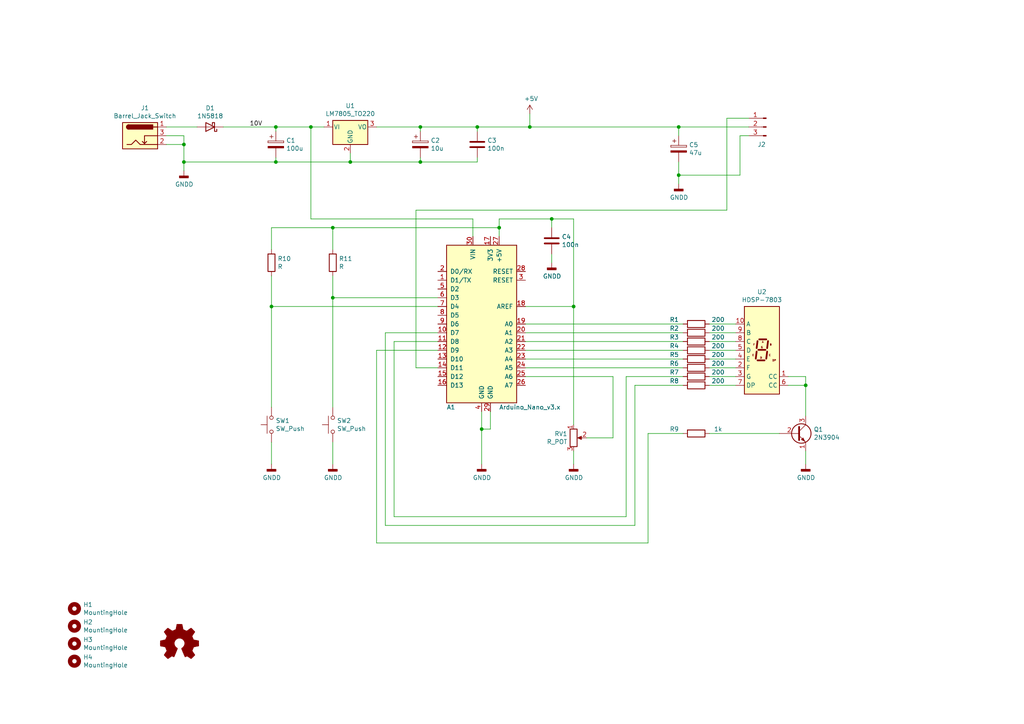
<source format=kicad_sch>
(kicad_sch (version 20230121) (generator eeschema)
  (paper "A4")
  (title_block (title "Lanceur de fusée") (date "2018-11-04") (rev "1") (company "Fablab Sion"))
  (lib_symbols
    (symbol "Connector:Barrel_Jack_Switch" (pin_names hide)
      (property "Reference" "J" (at 0 5.334 0))
      (property "Value" "Barrel_Jack_Switch" (at 0 -5.08 0))
      (symbol "Barrel_Jack_Switch_0_1"
        (rectangle (start -5.08 3.81) (end 5.08 -3.81) (stroke (width 0.254)) (fill (type background)))
        (arc (start -3.302 3.175) (mid -3.9343 2.54) (end -3.302 1.905) (stroke (width 0.254)))
        (arc (start -3.302 3.175) (mid -3.9343 2.54) (end -3.302 1.905) (stroke (width 0.254)) (fill (type outline)))
        (polyline (pts (xy 1.27 -2.286) (xy 1.905 -1.651)) (stroke (width 0.254)))
        (polyline (pts (xy 5.08 2.54) (xy 3.81 2.54)) (stroke (width 0.254)))
        (polyline (pts (xy 5.08 0) (xy 1.27 0) (xy 1.27 -2.286) (xy 0.635 -1.651)) (stroke (width 0.254)))
        (polyline (pts (xy -3.81 -2.54) (xy -2.54 -2.54) (xy -1.27 -1.27) (xy 0 -2.54) (xy 2.54 -2.54) (xy 5.08 -2.54)) (stroke (width 0.254)))
        (rectangle (start 3.683 3.175) (end -3.302 1.905) (stroke (width 0.254)) (fill (type outline)))
      )
      (symbol "Barrel_Jack_Switch_1_1"
        (pin passive line (at 7.62 2.54 180) (length 2.54) (name "~") (number "1"))
        (pin passive line (at 7.62 -2.54 180) (length 2.54) (name "~") (number "2"))
        (pin passive line (at 7.62 0 180) (length 2.54) (name "~") (number "3"))
      )
    )
    (symbol "Device:C" (pin_numbers hide) (pin_names (offset 0.254))
      (property "Reference" "C" (at 0.635 2.54 0))
      (property "Value" "C" (at 0.635 -2.54 0))
      (symbol "C_0_1"
        (polyline (pts (xy -2.032 -0.762) (xy 2.032 -0.762)) (stroke (width 0.508)))
        (polyline (pts (xy -2.032 0.762) (xy 2.032 0.762)) (stroke (width 0.508)))
      )
      (symbol "C_1_1"
        (pin passive line (at 0 3.81 270) (length 2.794) (name "~") (number "1"))
        (pin passive line (at 0 -3.81 90) (length 2.794) (name "~") (number "2"))
      )
    )
    (symbol "Device:R" (pin_numbers hide) (pin_names (offset 0))
      (property "Reference" "R" (at 2.032 0 90))
      (property "Value" "R" (at 0 0 90))
      (symbol "R_0_1"
        (rectangle (start -1.016 -2.54) (end 1.016 2.54) (stroke (width 0.254)))
      )
      (symbol "R_1_1"
        (pin passive line (at 0 3.81 270) (length 1.27) (name "~") (number "1"))
        (pin passive line (at 0 -3.81 90) (length 1.27) (name "~") (number "2"))
      )
    )
    (symbol "Diode:1N5818" (pin_numbers hide) (pin_names (offset 1.016) hide)
      (property "Reference" "D" (at 0 2.54 0))
      (property "Value" "1N5818" (at 0 -2.54 0))
      (symbol "1N5818_0_1"
        (polyline (pts (xy 1.27 0) (xy -1.27 0)))
        (polyline (pts (xy 1.27 1.27) (xy 1.27 -1.27) (xy -1.27 0) (xy 1.27 1.27)) (stroke (width 0.254)))
        (polyline (pts (xy -1.905 0.635) (xy -1.905 1.27) (xy -1.27 1.27) (xy -1.27 -1.27) (xy -0.635 -1.27) (xy -0.635 -0.635)) (stroke (width 0.254)))
      )
      (symbol "1N5818_1_1"
        (pin passive line (at -3.81 0 0) (length 2.54) (name "K") (number "1"))
        (pin passive line (at 3.81 0 180) (length 2.54) (name "A") (number "2"))
      )
    )
    (symbol "Display_Character:HDSP-7803"
      (property "Reference" "U" (at -3.81 13.97 0))
      (property "Value" "HDSP-7803" (at 6.35 13.97 0))
      (symbol "HDSP-7803_1_0"
        (text "A" (at 0.254 2.413 0) (effects (font (size 0.508 0.508))))
        (text "B" (at 2.54 1.651 0) (effects (font (size 0.508 0.508))))
        (text "C" (at 2.286 -1.397 0) (effects (font (size 0.508 0.508))))
        (text "D" (at -0.254 -2.159 0) (effects (font (size 0.508 0.508))))
        (text "DP" (at 3.556 -2.921 0) (effects (font (size 0.508 0.508))))
        (text "E" (at -2.54 -1.397 0) (effects (font (size 0.508 0.508))))
        (text "F" (at -2.286 1.651 0) (effects (font (size 0.508 0.508))))
        (text "G" (at 0 0.889 0) (effects (font (size 0.508 0.508))))
      )
      (symbol "HDSP-7803_1_1"
        (rectangle (start -5.08 12.7) (end 5.08 -12.7) (stroke (width 0.254)) (fill (type background)))
        (polyline (pts (xy -1.524 -0.381) (xy -1.778 -2.413)) (stroke (width 0.508)))
        (polyline (pts (xy -1.27 -2.921) (xy 0.762 -2.921)) (stroke (width 0.508)))
        (polyline (pts (xy -1.27 2.667) (xy -1.524 0.635)) (stroke (width 0.508)))
        (polyline (pts (xy -1.016 0.127) (xy 1.016 0.127)) (stroke (width 0.508)))
        (polyline (pts (xy -0.762 3.175) (xy 1.27 3.175)) (stroke (width 0.508)))
        (polyline (pts (xy 1.524 -0.381) (xy 1.27 -2.413)) (stroke (width 0.508)))
        (polyline (pts (xy 1.778 2.667) (xy 1.524 0.635)) (stroke (width 0.508)))
        (polyline (pts (xy 2.54 -2.921) (xy 2.54 -2.921)) (stroke (width 0.508)))
        (pin input line (at 7.62 -7.62 180) (length 2.54) (name "CC") (number "1"))
        (pin input line (at -7.62 7.62 0) (length 2.54) (name "A") (number "10"))
        (pin input line (at -7.62 -5.08 0) (length 2.54) (name "F") (number "2"))
        (pin input line (at -7.62 -7.62 0) (length 2.54) (name "G") (number "3"))
        (pin input line (at -7.62 -2.54 0) (length 2.54) (name "E") (number "4"))
        (pin input line (at -7.62 0 0) (length 2.54) (name "D") (number "5"))
        (pin input line (at 7.62 -10.16 180) (length 2.54) (name "CC") (number "6"))
        (pin input line (at -7.62 -10.16 0) (length 2.54) (name "DP") (number "7"))
        (pin input line (at -7.62 2.54 0) (length 2.54) (name "C") (number "8"))
        (pin input line (at -7.62 5.08 0) (length 2.54) (name "B") (number "9"))
      )
    )
    (symbol "Graphic:Logo_Open_Hardware_Small" (in_bom no) (on_board no)
      (symbol "Logo_Open_Hardware_Small_0_1"
        (polyline (pts (xy 3.3528 -4.3434) (xy 3.302 -4.318) (xy 3.175 -4.2418) (xy 2.9972 -4.1148) (xy 2.7686 -3.9624) (xy 2.54 -3.81) (xy 2.3622 -3.7084) (xy 2.2352 -3.6068) (xy 2.1844 -3.5814) (xy 2.159 -3.6068) (xy 2.0574 -3.6576) (xy 1.905 -3.7338) (xy 1.8034 -3.7846) (xy 1.6764 -3.8354) (xy 1.6002 -3.8354) (xy 1.6002 -3.8354) (xy 1.5494 -3.7338) (xy 1.4732 -3.5306) (xy 1.3462 -3.302) (xy 1.2446 -3.0226) (xy 1.1176 -2.7178) (xy 0.9652 -2.413) (xy 0.8636 -2.1082) (xy 0.7366 -1.8288) (xy 0.6604 -1.6256) (xy 0.6096 -1.4732) (xy 0.5842 -1.397) (xy 0.5842 -1.397) (xy 0.6604 -1.3208) (xy 0.7874 -1.2446) (xy 1.0414 -1.016) (xy 1.2954 -0.6858) (xy 1.4478 -0.3302) (xy 1.524 0.0762) (xy 1.4732 0.4572) (xy 1.3208 0.8128) (xy 1.0668 1.143) (xy 0.762 1.3716) (xy 0.4064 1.524) (xy 0 1.5748) (xy -0.381 1.5494) (xy -0.7366 1.397) (xy -1.0668 1.143) (xy -1.2192 0.9906) (xy -1.397 0.6604) (xy -1.524 0.3048) (xy -1.524 0.2286) (xy -1.4986 -0.1778) (xy -1.397 -0.5334) (xy -1.1938 -0.8636) (xy -0.9144 -1.143) (xy -0.8636 -1.1684) (xy -0.7366 -1.27) (xy -0.635 -1.3462) (xy -0.5842 -1.397) (xy -1.0668 -2.5908) (xy -1.143 -2.794) (xy -1.2954 -3.1242) (xy -1.397 -3.4036) (xy -1.4986 -3.6322) (xy -1.5748 -3.7846) (xy -1.6002 -3.8354) (xy -1.6002 -3.8354) (xy -1.651 -3.8354) (xy -1.7272 -3.81) (xy -1.905 -3.7338) (xy -2.0066 -3.683) (xy -2.1336 -3.6068) (xy -2.2098 -3.5814) (xy -2.2606 -3.6068) (xy -2.3622 -3.683) (xy -2.54 -3.81) (xy -2.7686 -3.9624) (xy -2.9718 -4.0894) (xy -3.1496 -4.2164) (xy -3.302 -4.318) (xy -3.3528 -4.3434) (xy -3.3782 -4.3434) (xy -3.429 -4.318) (xy -3.5306 -4.2164) (xy -3.7084 -4.064) (xy -3.937 -3.8354) (xy -3.9624 -3.81) (xy -4.1656 -3.6068) (xy -4.318 -3.4544) (xy -4.4196 -3.3274) (xy -4.445 -3.2766) (xy -4.445 -3.2766) (xy -4.4196 -3.2258) (xy -4.318 -3.0734) (xy -4.2164 -2.8956) (xy -4.064 -2.667) (xy -3.6576 -2.0828) (xy -3.8862 -1.5494) (xy -3.937 -1.3716) (xy -4.0386 -1.1684) (xy -4.0894 -1.0414) (xy -4.1148 -0.9652) (xy -4.191 -0.9398) (xy -4.318 -0.9144) (xy -4.5466 -0.8636) (xy -4.8006 -0.8128) (xy -5.0546 -0.7874) (xy -5.2578 -0.7366) (xy -5.4356 -0.7112) (xy -5.5118 -0.6858) (xy -5.5118 -0.6858) (xy -5.5372 -0.635) (xy -5.5372 -0.5588) (xy -5.5372 -0.4318) (xy -5.5626 -0.2286) (xy -5.5626 0.0762) (xy -5.5626 0.127) (xy -5.5372 0.4064) (xy -5.5372 0.635) (xy -5.5372 0.762) (xy -5.5372 0.8382) (xy -5.5372 0.8382) (xy -5.461 0.8382) (xy -5.3086 0.889) (xy -5.08 0.9144) (xy -4.826 0.9652) (xy -4.8006 0.9906) (xy -4.5466 1.0414) (xy -4.318 1.0668) (xy -4.1656 1.1176) (xy -4.0894 1.143) (xy -4.0894 1.143) (xy -4.0386 1.2446) (xy -3.9624 1.4224) (xy -3.8608 1.6256) (xy -3.7846 1.8288) (xy -3.7084 2.0066) (xy -3.6576 2.159) (xy -3.6322 2.2098) (xy -3.6322 2.2098) (xy -3.683 2.286) (xy -3.7592 2.413) (xy -3.8862 2.5908) (xy -4.064 2.8194) (xy -4.064 2.8448) (xy -4.2164 3.0734) (xy -4.3434 3.2512) (xy -4.4196 3.3782) (xy -4.445 3.4544) (xy -4.445 3.4544) (xy -4.3942 3.5052) (xy -4.2926 3.6322) (xy -4.1148 3.81) (xy -3.937 4.0132) (xy -3.8608 4.064) (xy -3.6576 4.2926) (xy -3.5052 4.4196) (xy -3.4036 4.4958) (xy -3.3528 4.5212) (xy -3.3528 4.5212) (xy -3.302 4.4704) (xy -3.1496 4.3688) (xy -2.9718 4.2418) (xy -2.7432 4.0894) (xy -2.7178 4.0894) (xy -2.4892 3.937) (xy -2.3114 3.81) (xy -2.1844 3.7084) (xy -2.1336 3.683) (xy -2.1082 3.683) (xy -2.032 3.7084) (xy -1.8542 3.7592) (xy -1.6764 3.8354) (xy -1.4732 3.937) (xy -1.27 4.0132) (xy -1.143 4.064) (xy -1.0668 4.1148) (xy -1.0668 4.1148) (xy -1.0414 4.191) (xy -1.016 4.3434) (xy -0.9652 4.572) (xy -0.9144 4.8514) (xy -0.889 4.9022) (xy -0.8382 5.1562) (xy -0.8128 5.3848) (xy -0.7874 5.5372) (xy -0.762 5.588) (xy -0.7112 5.6134) (xy -0.5842 5.6134) (xy -0.4064 5.6134) (xy -0.1524 5.6134) (xy 0.0762 5.6134) (xy 0.3302 5.6134) (xy 0.5334 5.6134) (xy 0.6858 5.588) (xy 0.7366 5.588) (xy 0.7366 5.588) (xy 0.762 5.5118) (xy 0.8128 5.334) (xy 0.8382 5.1054) (xy 0.9144 4.826) (xy 0.9144 4.7752) (xy 0.9652 4.5212) (xy 1.016 4.2926) (xy 1.0414 4.1402) (xy 1.0668 4.0894) (xy 1.0668 4.0894) (xy 1.1938 4.0386) (xy 1.3716 3.9624) (xy 1.5748 3.8608) (xy 2.0828 3.6576) (xy 2.7178 4.0894) (xy 2.7686 4.1402) (xy 2.9972 4.2926) (xy 3.175 4.4196) (xy 3.302 4.4958) (xy 3.3782 4.5212) (xy 3.3782 4.5212) (xy 3.429 4.4704) (xy 3.556 4.3434) (xy 3.7338 4.191) (xy 3.9116 3.9878) (xy 4.064 3.8354) (xy 4.2418 3.6576) (xy 4.3434 3.556) (xy 4.4196 3.4798) (xy 4.4196 3.429) (xy 4.4196 3.4036) (xy 4.3942 3.3274) (xy 4.2926 3.2004) (xy 4.1656 2.9972) (xy 4.0132 2.794) (xy 3.8862 2.5908) (xy 3.7592 2.3876) (xy 3.6576 2.2352) (xy 3.6322 2.159) (xy 3.6322 2.1336) (xy 3.683 2.0066) (xy 3.7592 1.8288) (xy 3.8608 1.6002) (xy 4.064 1.1176) (xy 4.3942 1.0414) (xy 4.5974 1.016) (xy 4.8768 0.9652) (xy 5.1308 0.9144) (xy 5.5372 0.8382) (xy 5.5626 -0.6604) (xy 5.4864 -0.6858) (xy 5.4356 -0.6858) (xy 5.2832 -0.7366) (xy 5.0546 -0.762) (xy 4.8006 -0.8128) (xy 4.5974 -0.8636) (xy 4.3688 -0.9144) (xy 4.2164 -0.9398) (xy 4.1402 -0.9398) (xy 4.1148 -0.9652) (xy 4.064 -1.0668) (xy 3.9878 -1.2446) (xy 3.9116 -1.4478) (xy 3.81 -1.651) (xy 3.7338 -1.8542) (xy 3.683 -2.0066) (xy 3.6576 -2.0828) (xy 3.683 -2.1336) (xy 3.7846 -2.2606) (xy 3.8862 -2.4638) (xy 4.0386 -2.667) (xy 4.191 -2.8956) (xy 4.318 -3.0734) (xy 4.3942 -3.2004) (xy 4.445 -3.2766) (xy 4.4196 -3.3274) (xy 4.3434 -3.429) (xy 4.1656 -3.5814) (xy 3.937 -3.8354) (xy 3.8862 -3.8608) (xy 3.683 -4.064) (xy 3.5306 -4.2164) (xy 3.4036 -4.318) (xy 3.3528 -4.3434)) (fill (type outline)))
      )
    )
    (symbol "Mechanical:MountingHole" (pin_names (offset 1.016))
      (property "Reference" "H" (at 0 5.08 0))
      (property "Value" "MountingHole" (at 0 3.175 0))
      (symbol "MountingHole_0_1"
        (circle (center 0 0) (radius 1.27) (stroke (width 1.27)))
      )
    )
    (symbol "Regulator_Linear:LM7805_TO220" (pin_names (offset 0.254))
      (property "Reference" "U" (at -3.81 3.175 0))
      (property "Value" "LM7805_TO220" (at 0 3.175 0))
      (symbol "LM7805_TO220_0_1"
        (rectangle (start -5.08 1.905) (end 5.08 -5.08) (stroke (width 0.254)) (fill (type background)))
      )
      (symbol "LM7805_TO220_1_1"
        (pin power_in line (at -7.62 0 0) (length 2.54) (name "VI") (number "1"))
        (pin power_in line (at 0 -7.62 90) (length 2.54) (name "GND") (number "2"))
        (pin power_out line (at 7.62 0 180) (length 2.54) (name "VO") (number "3"))
      )
    )
    (symbol "Switch:SW_Push" (pin_numbers hide) (pin_names (offset 1.016) hide)
      (property "Reference" "SW" (at 1.27 2.54 0))
      (property "Value" "SW_Push" (at 0 -1.524 0))
      (symbol "SW_Push_0_1"
        (circle (center -2.032 0) (radius 0.508))
        (polyline (pts (xy 0 1.27) (xy 0 3.048)))
        (polyline (pts (xy 2.54 1.27) (xy -2.54 1.27)))
        (circle (center 2.032 0) (radius 0.508))
        (pin passive line (at -5.08 0 0) (length 2.54) (name "1") (number "1"))
        (pin passive line (at 5.08 0 180) (length 2.54) (name "2") (number "2"))
      )
    )
    (symbol "Transistor_BJT:2N3904" (pin_names (offset 0) hide)
      (property "Reference" "Q" (at 5.08 1.905 0))
      (property "Value" "2N3904" (at 5.08 0 0))
      (symbol "2N3904_0_1"
        (polyline (pts (xy 0.635 0.635) (xy 2.54 2.54)))
        (polyline (pts (xy 0.635 -0.635) (xy 2.54 -2.54) (xy 2.54 -2.54)))
        (polyline (pts (xy 0.635 1.905) (xy 0.635 -1.905) (xy 0.635 -1.905)) (stroke (width 0.508)))
        (polyline (pts (xy 1.27 -1.778) (xy 1.778 -1.27) (xy 2.286 -2.286) (xy 1.27 -1.778) (xy 1.27 -1.778)) (fill (type outline)))
        (circle (center 1.27 0) (radius 2.8194) (stroke (width 0.254)))
      )
      (symbol "2N3904_1_1"
        (pin passive line (at 2.54 -5.08 90) (length 2.54) (name "E") (number "1"))
        (pin passive line (at -5.08 0 0) (length 5.715) (name "B") (number "2"))
        (pin passive line (at 2.54 5.08 270) (length 2.54) (name "C") (number "3"))
      )
    )
    (symbol "fablab_Arduino-rescue:Arduino_Nano_v3.x-MCU_Module" (pin_names (offset 1.016))
      (property "Reference" "A" (at -5.08 26.035 0))
      (property "Value" "MCU_Module_Arduino_Nano_v3.x" (at -5.08 24.13 0))
      (symbol "Arduino_Nano_v3.x-MCU_Module_0_1"
        (rectangle (start -10.16 22.86) (end 10.16 -22.86) (stroke (width 0.254)) (fill (type background)))
      )
      (symbol "Arduino_Nano_v3.x-MCU_Module_1_1"
        (pin bidirectional line (at -12.7 12.7 0) (length 2.54) (name "D1/TX") (number "1"))
        (pin bidirectional line (at -12.7 -2.54 0) (length 2.54) (name "D7") (number "10"))
        (pin bidirectional line (at -12.7 -5.08 0) (length 2.54) (name "D8") (number "11"))
        (pin bidirectional line (at -12.7 -7.62 0) (length 2.54) (name "D9") (number "12"))
        (pin bidirectional line (at -12.7 -10.16 0) (length 2.54) (name "D10") (number "13"))
        (pin bidirectional line (at -12.7 -12.7 0) (length 2.54) (name "D11") (number "14"))
        (pin bidirectional line (at -12.7 -15.24 0) (length 2.54) (name "D12") (number "15"))
        (pin bidirectional line (at -12.7 -17.78 0) (length 2.54) (name "D13") (number "16"))
        (pin power_out line (at 2.54 25.4 270) (length 2.54) (name "3V3") (number "17"))
        (pin input line (at 12.7 5.08 180) (length 2.54) (name "AREF") (number "18"))
        (pin bidirectional line (at 12.7 0 180) (length 2.54) (name "A0") (number "19"))
        (pin bidirectional line (at -12.7 15.24 0) (length 2.54) (name "D0/RX") (number "2"))
        (pin bidirectional line (at 12.7 -2.54 180) (length 2.54) (name "A1") (number "20"))
        (pin bidirectional line (at 12.7 -5.08 180) (length 2.54) (name "A2") (number "21"))
        (pin bidirectional line (at 12.7 -7.62 180) (length 2.54) (name "A3") (number "22"))
        (pin bidirectional line (at 12.7 -10.16 180) (length 2.54) (name "A4") (number "23"))
        (pin bidirectional line (at 12.7 -12.7 180) (length 2.54) (name "A5") (number "24"))
        (pin bidirectional line (at 12.7 -15.24 180) (length 2.54) (name "A6") (number "25"))
        (pin bidirectional line (at 12.7 -17.78 180) (length 2.54) (name "A7") (number "26"))
        (pin power_out line (at 5.08 25.4 270) (length 2.54) (name "+5V") (number "27"))
        (pin input line (at 12.7 15.24 180) (length 2.54) (name "RESET") (number "28"))
        (pin power_in line (at 2.54 -25.4 90) (length 2.54) (name "GND") (number "29"))
        (pin input line (at 12.7 12.7 180) (length 2.54) (name "RESET") (number "3"))
        (pin power_in line (at -2.54 25.4 270) (length 2.54) (name "VIN") (number "30"))
        (pin power_in line (at 0 -25.4 90) (length 2.54) (name "GND") (number "4"))
        (pin bidirectional line (at -12.7 10.16 0) (length 2.54) (name "D2") (number "5"))
        (pin bidirectional line (at -12.7 7.62 0) (length 2.54) (name "D3") (number "6"))
        (pin bidirectional line (at -12.7 5.08 0) (length 2.54) (name "D4") (number "7"))
        (pin bidirectional line (at -12.7 2.54 0) (length 2.54) (name "D5") (number "8"))
        (pin bidirectional line (at -12.7 0 0) (length 2.54) (name "D6") (number "9"))
      )
    )
    (symbol "fablab_Arduino-rescue:CP-Device" (pin_numbers hide) (pin_names (offset 0.254))
      (property "Reference" "C" (at 0.635 2.54 0))
      (property "Value" "Device_CP" (at 0.635 -2.54 0))
      (symbol "CP-Device_0_1"
        (rectangle (start -2.286 0.508) (end -2.286 1.016))
        (rectangle (start -2.286 0.508) (end 2.286 0.508))
        (polyline (pts (xy -1.778 2.286) (xy -0.762 2.286)))
        (polyline (pts (xy -1.27 2.794) (xy -1.27 1.778)))
        (rectangle (start 2.286 -0.508) (end -2.286 -1.016) (fill (type outline)))
        (rectangle (start 2.286 1.016) (end -2.286 1.016))
        (rectangle (start 2.286 1.016) (end 2.286 0.508))
      )
      (symbol "CP-Device_1_1"
        (pin passive line (at 0 3.81 270) (length 2.794) (name "~") (number "1"))
        (pin passive line (at 0 -3.81 90) (length 2.794) (name "~") (number "2"))
      )
    )
    (symbol "fablab_Arduino-rescue:Conn_01x03_Male-Connector" (pin_names (offset 1.016) hide)
      (property "Reference" "J" (at 0 5.08 0))
      (property "Value" "Connector_Conn_01x03_Male" (at 0 -5.08 0))
      (symbol "Conn_01x03_Male-Connector_1_1"
        (polyline (pts (xy 1.27 -2.54) (xy 0.8636 -2.54)) (stroke (width 0.1524)))
        (polyline (pts (xy 1.27 0) (xy 0.8636 0)) (stroke (width 0.1524)))
        (polyline (pts (xy 1.27 2.54) (xy 0.8636 2.54)) (stroke (width 0.1524)))
        (rectangle (start 0.8636 -2.413) (end 0 -2.667) (stroke (width 0.1524)) (fill (type outline)))
        (rectangle (start 0.8636 0.127) (end 0 -0.127) (stroke (width 0.1524)) (fill (type outline)))
        (rectangle (start 0.8636 2.667) (end 0 2.413) (stroke (width 0.1524)) (fill (type outline)))
        (pin passive line (at 5.08 2.54 180) (length 3.81) (name "Pin_1") (number "1"))
        (pin passive line (at 5.08 0 180) (length 3.81) (name "Pin_2") (number "2"))
        (pin passive line (at 5.08 -2.54 180) (length 3.81) (name "Pin_3") (number "3"))
      )
    )
    (symbol "fablab_Arduino-rescue:R_POT-Device" (pin_names (offset 1.016) hide)
      (property "Reference" "RV" (at -4.445 0 90))
      (property "Value" "Device_R_POT" (at -2.54 0 90))
      (symbol "R_POT-Device_0_1"
        (polyline (pts (xy 2.54 0) (xy 1.524 0)))
        (polyline (pts (xy 1.143 0) (xy 2.286 0.508) (xy 2.286 -0.508) (xy 1.143 0)) (fill (type outline)))
        (rectangle (start 1.016 2.54) (end -1.016 -2.54) (stroke (width 0.254)))
      )
      (symbol "R_POT-Device_1_1"
        (pin passive line (at 0 3.81 270) (length 1.27) (name "1") (number "1"))
        (pin passive line (at 3.81 0 180) (length 1.27) (name "2") (number "2"))
        (pin passive line (at 0 -3.81 90) (length 1.27) (name "3") (number "3"))
      )
    )
    (symbol "power:+5V" (power) (pin_names (offset 0))
      (property "Value" "+5V" (at 0 3.556 0))
      (symbol "+5V_0_1"
        (polyline (pts (xy -0.762 1.27) (xy 0 2.54)))
        (polyline (pts (xy 0 0) (xy 0 2.54)))
        (polyline (pts (xy 0 2.54) (xy 0.762 1.27)))
      )
      (symbol "+5V_1_1"
        (pin power_in line (at 0 0 90) (length 0) hide (name "+5V") (number "1"))
      )
    )
    (symbol "power:GNDD" (power) (pin_names (offset 0))
      (property "Value" "GNDD" (at 0 -3.175 0))
      (symbol "GNDD_0_1"
        (rectangle (start -1.27 -1.524) (end 1.27 -2.032) (stroke (width 0.254)) (fill (type outline)))
        (polyline (pts (xy 0 0) (xy 0 -1.524)))
      )
      (symbol "GNDD_1_1"
        (pin power_in line (at 0 0 270) (length 0) hide (name "GNDD") (number "1"))
      )
    )
  )
  (junction (at 196.85 36.83))
  (junction (at 160.02 63.5))
  (junction (at 233.68 111.76))
  (junction (at 96.52 86.36))
  (junction (at 138.43 36.83))
  (junction (at 166.37 88.9))
  (junction (at 90.17 36.83))
  (junction (at 101.6 46.99))
  (junction (at 144.78 66.04))
  (junction (at 53.34 46.99))
  (junction (at 121.92 46.99))
  (junction (at 196.85 50.8))
  (junction (at 96.52 66.04))
  (junction (at 139.7 124.46))
  (junction (at 80.01 46.99))
  (junction (at 78.74 88.9))
  (junction (at 153.67 36.83))
  (junction (at 53.34 41.91))
  (junction (at 121.92 36.83))
  (junction (at 80.01 36.83))
  (wire (pts (xy 96.52 86.36) (xy 127 86.36)))
  (wire (pts (xy 121.92 45.72) (xy 121.92 46.99)))
  (wire (pts (xy 139.7 134.62) (xy 139.7 124.46)))
  (wire (pts (xy 121.92 38.1) (xy 121.92 36.83)))
  (wire (pts (xy 170.18 127) (xy 177.8 127)))
  (wire (pts (xy 205.74 125.73) (xy 226.06 125.73)))
  (wire (pts (xy 137.16 63.5) (xy 137.16 68.58)))
  (wire (pts (xy 214.63 39.37) (xy 214.63 50.8)))
  (wire (pts (xy 196.85 36.83) (xy 217.17 36.83)))
  (wire (pts (xy 139.7 124.46) (xy 139.7 119.38)))
  (wire (pts (xy 187.96 125.73) (xy 187.96 157.48)))
  (wire (pts (xy 181.61 109.22) (xy 181.61 149.86)))
  (wire (pts (xy 166.37 88.9) (xy 166.37 123.19)))
  (wire (pts (xy 78.74 128.27) (xy 78.74 134.62)))
  (wire (pts (xy 90.17 36.83) (xy 93.98 36.83)))
  (wire (pts (xy 64.77 36.83) (xy 80.01 36.83)))
  (wire (pts (xy 210.82 34.29) (xy 217.17 34.29)))
  (wire (pts (xy 109.22 157.48) (xy 109.22 101.6)))
  (wire (pts (xy 152.4 101.6) (xy 198.12 101.6)))
  (wire (pts (xy 144.78 66.04) (xy 144.78 63.5)))
  (wire (pts (xy 120.65 60.96) (xy 210.82 60.96)))
  (wire (pts (xy 96.52 118.11) (xy 96.52 86.36)))
  (wire (pts (xy 53.34 41.91) (xy 53.34 46.99)))
  (wire (pts (xy 184.15 111.76) (xy 184.15 152.4)))
  (wire (pts (xy 205.74 93.98) (xy 213.36 93.98)))
  (wire (pts (xy 96.52 80.01) (xy 96.52 86.36)))
  (wire (pts (xy 48.26 36.83) (xy 57.15 36.83)))
  (wire (pts (xy 196.85 36.83) (xy 153.67 36.83)))
  (wire (pts (xy 144.78 66.04) (xy 96.52 66.04)))
  (wire (pts (xy 213.36 106.68) (xy 205.74 106.68)))
  (wire (pts (xy 114.3 99.06) (xy 127 99.06)))
  (wire (pts (xy 205.74 111.76) (xy 213.36 111.76)))
  (wire (pts (xy 111.76 96.52) (xy 127 96.52)))
  (wire (pts (xy 48.26 39.37) (xy 53.34 39.37)))
  (wire (pts (xy 78.74 118.11) (xy 78.74 88.9)))
  (wire (pts (xy 198.12 96.52) (xy 152.4 96.52)))
  (wire (pts (xy 121.92 36.83) (xy 138.43 36.83)))
  (wire (pts (xy 166.37 130.81) (xy 166.37 134.62)))
  (wire (pts (xy 152.4 88.9) (xy 166.37 88.9)))
  (wire (pts (xy 80.01 45.72) (xy 80.01 46.99)))
  (wire (pts (xy 142.24 124.46) (xy 139.7 124.46)))
  (wire (pts (xy 152.4 104.14) (xy 198.12 104.14)))
  (wire (pts (xy 198.12 109.22) (xy 181.61 109.22)))
  (wire (pts (xy 166.37 63.5) (xy 166.37 88.9)))
  (wire (pts (xy 96.52 66.04) (xy 78.74 66.04)))
  (wire (pts (xy 228.6 111.76) (xy 233.68 111.76)))
  (wire (pts (xy 144.78 63.5) (xy 160.02 63.5)))
  (wire (pts (xy 96.52 128.27) (xy 96.52 134.62)))
  (wire (pts (xy 78.74 66.04) (xy 78.74 72.39)))
  (wire (pts (xy 111.76 152.4) (xy 111.76 96.52)))
  (wire (pts (xy 80.01 46.99) (xy 101.6 46.99)))
  (wire (pts (xy 127 106.68) (xy 120.65 106.68)))
  (wire (pts (xy 160.02 76.2) (xy 160.02 73.66)))
  (wire (pts (xy 90.17 36.83) (xy 90.17 63.5)))
  (wire (pts (xy 101.6 46.99) (xy 121.92 46.99)))
  (wire (pts (xy 214.63 39.37) (xy 217.17 39.37)))
  (wire (pts (xy 233.68 134.62) (xy 233.68 130.81)))
  (wire (pts (xy 213.36 101.6) (xy 205.74 101.6)))
  (wire (pts (xy 120.65 106.68) (xy 120.65 60.96)))
  (wire (pts (xy 196.85 50.8) (xy 196.85 53.34)))
  (wire (pts (xy 213.36 99.06) (xy 205.74 99.06)))
  (wire (pts (xy 152.4 106.68) (xy 198.12 106.68)))
  (wire (pts (xy 138.43 45.72) (xy 138.43 46.99)))
  (wire (pts (xy 138.43 38.1) (xy 138.43 36.83)))
  (wire (pts (xy 109.22 36.83) (xy 121.92 36.83)))
  (wire (pts (xy 114.3 149.86) (xy 114.3 99.06)))
  (wire (pts (xy 152.4 93.98) (xy 198.12 93.98)))
  (wire (pts (xy 144.78 68.58) (xy 144.78 66.04)))
  (wire (pts (xy 205.74 96.52) (xy 213.36 96.52)))
  (wire (pts (xy 205.74 104.14) (xy 213.36 104.14)))
  (wire (pts (xy 233.68 111.76) (xy 233.68 120.65)))
  (wire (pts (xy 142.24 119.38) (xy 142.24 124.46)))
  (wire (pts (xy 90.17 63.5) (xy 137.16 63.5)))
  (wire (pts (xy 196.85 50.8) (xy 214.63 50.8)))
  (wire (pts (xy 184.15 152.4) (xy 111.76 152.4)))
  (wire (pts (xy 196.85 46.99) (xy 196.85 50.8)))
  (wire (pts (xy 152.4 99.06) (xy 198.12 99.06)))
  (wire (pts (xy 101.6 44.45) (xy 101.6 46.99)))
  (wire (pts (xy 153.67 33.02) (xy 153.67 36.83)))
  (wire (pts (xy 138.43 36.83) (xy 153.67 36.83)))
  (wire (pts (xy 210.82 34.29) (xy 210.82 60.96)))
  (wire (pts (xy 109.22 101.6) (xy 127 101.6)))
  (wire (pts (xy 187.96 157.48) (xy 109.22 157.48)))
  (wire (pts (xy 160.02 66.04) (xy 160.02 63.5)))
  (wire (pts (xy 233.68 109.22) (xy 233.68 111.76)))
  (wire (pts (xy 48.26 41.91) (xy 53.34 41.91)))
  (wire (pts (xy 53.34 39.37) (xy 53.34 41.91)))
  (wire (pts (xy 198.12 111.76) (xy 184.15 111.76)))
  (wire (pts (xy 80.01 38.1) (xy 80.01 36.83)))
  (wire (pts (xy 78.74 88.9) (xy 127 88.9)))
  (wire (pts (xy 80.01 36.83) (xy 90.17 36.83)))
  (wire (pts (xy 78.74 80.01) (xy 78.74 88.9)))
  (wire (pts (xy 96.52 72.39) (xy 96.52 66.04)))
  (wire (pts (xy 177.8 109.22) (xy 152.4 109.22)))
  (wire (pts (xy 196.85 39.37) (xy 196.85 36.83)))
  (wire (pts (xy 53.34 46.99) (xy 80.01 46.99)))
  (wire (pts (xy 160.02 63.5) (xy 166.37 63.5)))
  (wire (pts (xy 213.36 109.22) (xy 205.74 109.22)))
  (wire (pts (xy 181.61 149.86) (xy 114.3 149.86)))
  (wire (pts (xy 228.6 109.22) (xy 233.68 109.22)))
  (wire (pts (xy 121.92 46.99) (xy 138.43 46.99)))
  (wire (pts (xy 53.34 46.99) (xy 53.34 49.53)))
  (wire (pts (xy 198.12 125.73) (xy 187.96 125.73)))
  (wire (pts (xy 177.8 127) (xy 177.8 109.22)))
  (label "10V" (at 72.39 36.83 0))
  (symbol (lib_id "fablab_Arduino-rescue:Arduino_Nano_v3.x-MCU_Module") (at 139.7 93.98 0) (unit 1)
    (property "Reference" "A1" (at 130.81 118.11 0))
    (property "Value" "Arduino_Nano_v3.x" (at 153.67 118.11 0))
    (property "Footprint" "Module:Arduino_Nano" (effects hide))
    (property "Datasheet" "http://www.mouser.com/pdfdocs/Gravitech_Arduino_Nano3_0.pdf" (effects hide))
  )
  (symbol (lib_id "Display_Character:HDSP-7803") (at 220.98 101.6 0) (unit 1)
    (property "Reference" "U2" (at 220.98 84.6582 0))
    (property "Value" "HDSP-7803" (at 220.98 86.9696 0))
    (property "Footprint" "Display_7Segment:HDSP-7801" (effects hide))
    (property "Datasheet" "https://docs.broadcom.com/docs/AV02-2553EN" (effects hide))
  )
  (symbol (lib_id "Device:R") (at 201.93 93.98 270) (unit 1)
    (property "Reference" "R1" (at 195.58 92.71 90))
    (property "Value" "200" (at 208.28 92.71 90))
    (property "Footprint" "Resistor_THT:R_Axial_DIN0204_L3.6mm_D1.6mm_P7.62mm_Horizontal" (effects hide))
  )
  (symbol (lib_id "Device:R") (at 201.93 96.52 270) (unit 1)
    (property "Reference" "R2" (at 195.58 95.25 90))
    (property "Value" "200" (at 208.28 95.25 90))
    (property "Footprint" "Resistor_THT:R_Axial_DIN0204_L3.6mm_D1.6mm_P7.62mm_Horizontal" (effects hide))
  )
  (symbol (lib_id "Device:R") (at 201.93 99.06 270) (unit 1)
    (property "Reference" "R3" (at 195.58 97.79 90))
    (property "Value" "200" (at 208.28 97.79 90))
    (property "Footprint" "Resistor_THT:R_Axial_DIN0204_L3.6mm_D1.6mm_P7.62mm_Horizontal" (effects hide))
  )
  (symbol (lib_id "Device:R") (at 201.93 101.6 270) (unit 1)
    (property "Reference" "R4" (at 195.58 100.33 90))
    (property "Value" "200" (at 208.28 100.33 90))
    (property "Footprint" "Resistor_THT:R_Axial_DIN0204_L3.6mm_D1.6mm_P7.62mm_Horizontal" (effects hide))
  )
  (symbol (lib_id "Device:R") (at 201.93 104.14 270) (unit 1)
    (property "Reference" "R5" (at 195.58 102.87 90))
    (property "Value" "200" (at 208.28 102.87 90))
    (property "Footprint" "Resistor_THT:R_Axial_DIN0204_L3.6mm_D1.6mm_P7.62mm_Horizontal" (effects hide))
  )
  (symbol (lib_id "Device:R") (at 201.93 106.68 270) (unit 1)
    (property "Reference" "R6" (at 195.58 105.41 90))
    (property "Value" "200" (at 208.28 105.41 90))
    (property "Footprint" "Resistor_THT:R_Axial_DIN0204_L3.6mm_D1.6mm_P7.62mm_Horizontal" (effects hide))
  )
  (symbol (lib_id "Device:R") (at 201.93 109.22 270) (unit 1)
    (property "Reference" "R7" (at 195.58 107.95 90))
    (property "Value" "200" (at 208.28 107.95 90))
    (property "Footprint" "Resistor_THT:R_Axial_DIN0204_L3.6mm_D1.6mm_P7.62mm_Horizontal" (effects hide))
  )
  (symbol (lib_id "Device:R") (at 201.93 111.76 270) (unit 1)
    (property "Reference" "R8" (at 195.58 110.49 90))
    (property "Value" "200" (at 208.28 110.49 90))
    (property "Footprint" "Resistor_THT:R_Axial_DIN0204_L3.6mm_D1.6mm_P7.62mm_Horizontal" (effects hide))
  )
  (symbol (lib_id "Transistor_BJT:2N3904") (at 231.14 125.73 0) (unit 1)
    (property "Reference" "Q1" (at 235.9914 124.5616 0) (effects (justify left)))
    (property "Value" "2N3904" (at 235.9914 126.873 0) (effects (justify left)))
    (property "Footprint" "Package_TO_SOT_THT:TO-92_Inline" (effects hide))
    (property "Datasheet" "https://www.fairchildsemi.com/datasheets/2N/2N3904.pdf" (effects hide))
  )
  (symbol (lib_id "Connector:Barrel_Jack_Switch") (at 40.64 39.37 0) (unit 1)
    (property "Reference" "J1" (at 42.037 31.3182 0))
    (property "Value" "Barrel_Jack_Switch" (at 42.037 33.6296 0))
    (property "Footprint" "Connector_BarrelJack:BarrelJack_Horizontal" (effects hide))
  )
  (symbol (lib_id "Diode:1N5818") (at 60.96 36.83 180) (unit 1)
    (property "Reference" "D1" (at 60.96 31.3436 0))
    (property "Value" "1N5818" (at 60.96 33.655 0))
    (property "Footprint" "Diode_THT:D_DO-41_SOD81_P10.16mm_Horizontal" (effects hide))
    (property "Datasheet" "http://www.vishay.com/docs/88525/1n5817.pdf" (effects hide))
  )
  (symbol (lib_id "fablab_Arduino-rescue:CP-Device") (at 80.01 41.91 0) (unit 1)
    (property "Reference" "C1" (at 83.0072 40.7416 0) (effects (justify left)))
    (property "Value" "100u" (at 83.0072 43.053 0) (effects (justify left)))
    (property "Footprint" "Capacitor_THT:CP_Radial_D6.3mm_P2.50mm" (effects hide))
  )
  (symbol (lib_id "fablab_Arduino-rescue:CP-Device") (at 121.92 41.91 0) (unit 1)
    (property "Reference" "C2" (at 124.9172 40.7416 0) (effects (justify left)))
    (property "Value" "10u" (at 124.9172 43.053 0) (effects (justify left)))
    (property "Footprint" "Capacitor_THT:CP_Radial_D5.0mm_P2.00mm" (effects hide))
  )
  (symbol (lib_id "Device:C") (at 138.43 41.91 0) (unit 1)
    (property "Reference" "C3" (at 141.351 40.7416 0) (effects (justify left)))
    (property "Value" "100n" (at 141.351 43.053 0) (effects (justify left)))
    (property "Footprint" "Capacitor_THT:C_Rect_L4.6mm_W3.0mm_P2.50mm_MKS02_FKP02" (effects hide))
  )
  (symbol (lib_id "Device:C") (at 160.02 69.85 0) (unit 1)
    (property "Reference" "C4" (at 162.941 68.6816 0) (effects (justify left)))
    (property "Value" "100n" (at 162.941 70.993 0) (effects (justify left)))
    (property "Footprint" "Capacitor_THT:C_Rect_L4.6mm_W3.0mm_P2.50mm_MKS02_FKP02" (effects hide))
  )
  (symbol (lib_id "Regulator_Linear:LM7805_TO220") (at 101.6 36.83 0) (unit 1)
    (property "Reference" "U1" (at 101.6 30.6832 0))
    (property "Value" "LM7805_TO220" (at 101.6 32.9946 0))
    (property "Footprint" "Package_TO_SOT_THT:TO-220-3_Vertical" (effects hide))
    (property "Datasheet" "http://www.fairchildsemi.com/ds/LM/LM7805.pdf" (effects hide))
  )
  (symbol (lib_id "power:GNDD") (at 53.34 49.53 0) (unit 1)
    (property "Reference" "#PWR0101" (effects hide))
    (property "Value" "GNDD" (at 53.4416 53.467 0))
  )
  (symbol (lib_id "power:GNDD") (at 166.37 134.62 0) (unit 1)
    (property "Reference" "#PWR0102" (effects hide))
    (property "Value" "GNDD" (at 166.4716 138.557 0))
  )
  (symbol (lib_id "Switch:SW_Push") (at 78.74 123.19 90) (unit 1)
    (property "Reference" "SW1" (at 79.9592 122.0216 90) (effects (justify right)))
    (property "Value" "SW_Push" (at 79.9592 124.333 90) (effects (justify right)))
    (property "Footprint" "Button_Switch_THT:SW_PUSH_6mm" (effects hide))
  )
  (symbol (lib_id "Switch:SW_Push") (at 96.52 123.19 90) (unit 1)
    (property "Reference" "SW2" (at 97.7392 122.0216 90) (effects (justify right)))
    (property "Value" "SW_Push" (at 97.7392 124.333 90) (effects (justify right)))
    (property "Footprint" "Button_Switch_THT:SW_PUSH_6mm" (effects hide))
  )
  (symbol (lib_id "power:GNDD") (at 78.74 134.62 0) (unit 1)
    (property "Reference" "#PWR0103" (effects hide))
    (property "Value" "GNDD" (at 78.8416 138.557 0))
  )
  (symbol (lib_id "power:GNDD") (at 96.52 134.62 0) (unit 1)
    (property "Reference" "#PWR0104" (effects hide))
    (property "Value" "GNDD" (at 96.6216 138.557 0))
  )
  (symbol (lib_id "Device:R") (at 201.93 125.73 270) (unit 1)
    (property "Reference" "R9" (at 195.58 124.46 90))
    (property "Value" "1k" (at 208.28 124.46 90))
    (property "Footprint" "Resistor_THT:R_Axial_DIN0204_L3.6mm_D1.6mm_P7.62mm_Horizontal" (effects hide))
  )
  (symbol (lib_id "power:GNDD") (at 233.68 134.62 0) (unit 1)
    (property "Reference" "#PWR0105" (effects hide))
    (property "Value" "GNDD" (at 233.7816 138.557 0))
  )
  (symbol (lib_id "fablab_Arduino-rescue:Conn_01x03_Male-Connector") (at 222.25 36.83 0) (mirror y) (unit 1)
    (property "Reference" "J2" (at 219.71 41.91 0) (effects (justify right)))
    (property "Value" "Conn_01x03_Male" (effects hide))
    (property "Footprint" "Connector_PinHeader_2.54mm:PinHeader_1x03_P2.54mm_Vertical" (effects hide))
  )
  (symbol (lib_id "fablab_Arduino-rescue:CP-Device") (at 196.85 43.18 0) (unit 1)
    (property "Reference" "C5" (at 199.8472 42.0116 0) (effects (justify left)))
    (property "Value" "47u" (at 199.8472 44.323 0) (effects (justify left)))
    (property "Footprint" "Capacitor_THT:CP_Radial_D5.0mm_P2.00mm" (effects hide))
  )
  (symbol (lib_id "power:GNDD") (at 196.85 53.34 0) (unit 1)
    (property "Reference" "#PWR0106" (effects hide))
    (property "Value" "GNDD" (at 196.9516 57.277 0))
  )
  (symbol (lib_id "power:GNDD") (at 139.7 134.62 0) (unit 1)
    (property "Reference" "#PWR0107" (effects hide))
    (property "Value" "GNDD" (at 139.8016 138.557 0))
  )
  (symbol (lib_id "Device:R") (at 78.74 76.2 0) (unit 1)
    (property "Reference" "R10" (at 80.518 75.0316 0) (effects (justify left)))
    (property "Value" "R" (at 80.518 77.343 0) (effects (justify left)))
    (property "Footprint" "Resistor_THT:R_Axial_DIN0204_L3.6mm_D1.6mm_P7.62mm_Horizontal" (effects hide))
  )
  (symbol (lib_id "Device:R") (at 96.52 76.2 0) (unit 1)
    (property "Reference" "R11" (at 98.298 75.0316 0) (effects (justify left)))
    (property "Value" "R" (at 98.298 77.343 0) (effects (justify left)))
    (property "Footprint" "Resistor_THT:R_Axial_DIN0204_L3.6mm_D1.6mm_P7.62mm_Horizontal" (effects hide))
  )
  (symbol (lib_id "power:+5V") (at 153.67 33.02 0) (unit 1)
    (property "Reference" "#PWR0108" (effects hide))
    (property "Value" "+5V" (at 154.051 28.6258 0))
  )
  (symbol (lib_id "Mechanical:MountingHole") (at 21.59 186.69 0) (unit 1)
    (property "Reference" "H3" (at 24.13 185.5216 0) (effects (justify left)))
    (property "Value" "MountingHole" (at 24.13 187.833 0) (effects (justify left)))
    (property "Footprint" "Mounting_Holes:MountingHole_2.5mm" (effects hide))
  )
  (symbol (lib_id "Mechanical:MountingHole") (at 21.59 191.77 0) (unit 1)
    (property "Reference" "H4" (at 24.13 190.6016 0) (effects (justify left)))
    (property "Value" "MountingHole" (at 24.13 192.913 0) (effects (justify left)))
    (property "Footprint" "Mounting_Holes:MountingHole_2.5mm" (effects hide))
  )
  (symbol (lib_id "Mechanical:MountingHole") (at 21.59 181.61 0) (unit 1)
    (property "Reference" "H2" (at 24.13 180.4416 0) (effects (justify left)))
    (property "Value" "MountingHole" (at 24.13 182.753 0) (effects (justify left)))
    (property "Footprint" "Mounting_Holes:MountingHole_2.5mm" (effects hide))
  )
  (symbol (lib_id "Mechanical:MountingHole") (at 21.59 176.53 0) (unit 1)
    (property "Reference" "H1" (at 24.13 175.3616 0) (effects (justify left)))
    (property "Value" "MountingHole" (at 24.13 177.673 0) (effects (justify left)))
    (property "Footprint" "Mounting_Holes:MountingHole_2.5mm" (effects hide))
  )
  (symbol (lib_id "fablab_Arduino-rescue:R_POT-Device") (at 166.37 127 0) (unit 1)
    (property "Reference" "RV1" (at 164.592 125.8316 0) (effects (justify right)))
    (property "Value" "R_POT" (at 164.592 128.143 0) (effects (justify right)))
    (property "Footprint" "Potentiometer_THT:Potentiometer_Bourns_3266W_Vertical" (effects hide))
  )
  (symbol (lib_id "power:GNDD") (at 160.02 76.2 0) (unit 1)
    (property "Reference" "#PWR?" (effects hide))
    (property "Value" "GNDD" (at 160.1216 80.137 0))
  )
  (symbol (lib_id "Graphic:Logo_Open_Hardware_Small") (at 52.07 186.69 0) (unit 1)
    (property "Reference" "#LOGO1" (effects hide))
    (property "Value" "Logo_Open_Hardware_Small" (effects hide))
    (property "Footprint" "Symbol:OSHW-Logo2_7.3x6mm_SilkScreen" (effects hide))
  )
)
</source>
